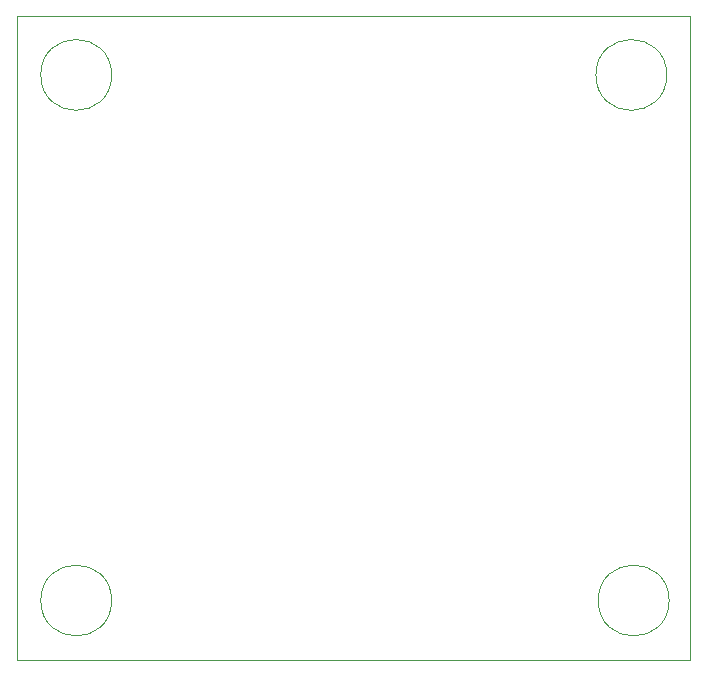
<source format=gm1>
%TF.GenerationSoftware,KiCad,Pcbnew,8.0.2-1*%
%TF.CreationDate,2024-07-15T21:16:38-07:00*%
%TF.ProjectId,TEMP_LOGGER,54454d50-5f4c-44f4-9747-45522e6b6963,rev?*%
%TF.SameCoordinates,Original*%
%TF.FileFunction,Profile,NP*%
%FSLAX46Y46*%
G04 Gerber Fmt 4.6, Leading zero omitted, Abs format (unit mm)*
G04 Created by KiCad (PCBNEW 8.0.2-1) date 2024-07-15 21:16:38*
%MOMM*%
%LPD*%
G01*
G04 APERTURE LIST*
%TA.AperFunction,Profile*%
%ADD10C,0.050000*%
%TD*%
G04 APERTURE END LIST*
D10*
X126500000Y-114750000D02*
G75*
G02*
X120500000Y-114750000I-3000000J0D01*
G01*
X120500000Y-114750000D02*
G75*
G02*
X126500000Y-114750000I3000000J0D01*
G01*
X126500000Y-70250000D02*
G75*
G02*
X120500000Y-70250000I-3000000J0D01*
G01*
X120500000Y-70250000D02*
G75*
G02*
X126500000Y-70250000I3000000J0D01*
G01*
X173500000Y-70250000D02*
G75*
G02*
X167500000Y-70250000I-3000000J0D01*
G01*
X167500000Y-70250000D02*
G75*
G02*
X173500000Y-70250000I3000000J0D01*
G01*
X173700000Y-114750000D02*
G75*
G02*
X167700000Y-114750000I-3000000J0D01*
G01*
X167700000Y-114750000D02*
G75*
G02*
X173700000Y-114750000I3000000J0D01*
G01*
X118500000Y-65250000D02*
X175500000Y-65250000D01*
X175500000Y-119750000D01*
X118500000Y-119750000D01*
X118500000Y-65250000D01*
M02*

</source>
